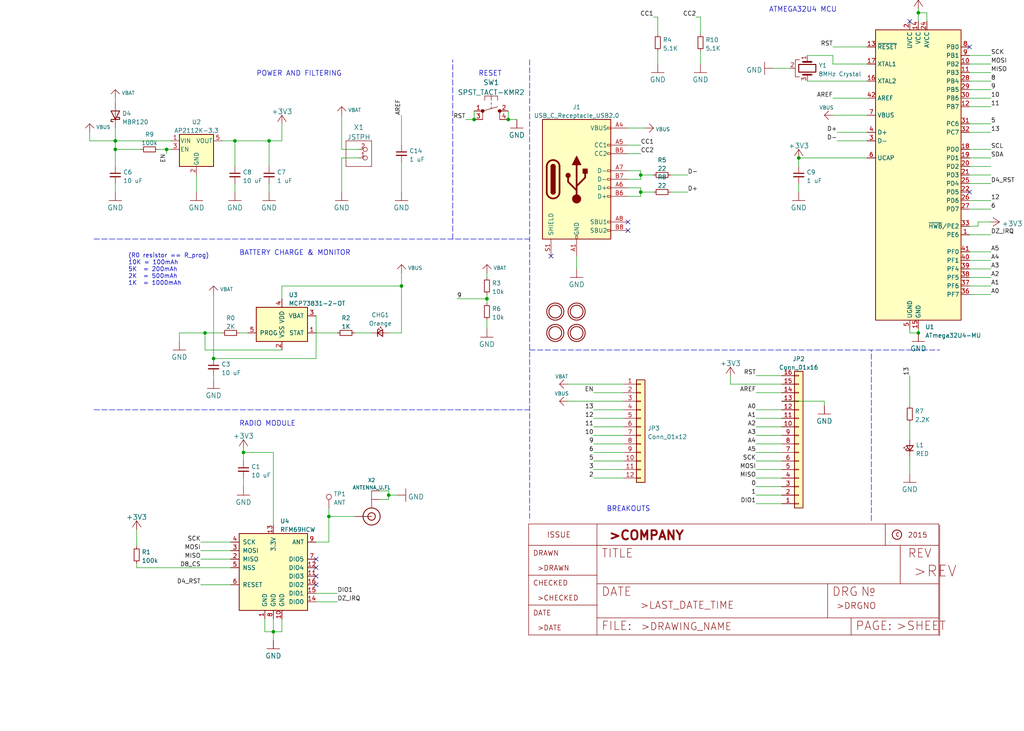
<source format=kicad_sch>
(kicad_sch (version 20211123) (generator eeschema)
  (paper "User" 304.495 217.5)
  (lib_symbols
    (symbol "Battery_Management:MCP73831-2-OT" (pin_names (offset 1.016))
      (property "Reference" "U" (at -7.62 6.35 0))
      (property "Value" "MCP73831-2-OT" (at 1.27 6.35 0))
      (symbol "MCP73831-2-OT_1_1"
        (pin output line (at 10.16 -2.54 180) (length 2.54) (name "STAT") (number "1"))
        (pin power_in line (at 0 -7.62 90) (length 2.54) (name "VSS") (number "2"))
        (pin power_out line (at 10.16 2.54 180) (length 2.54) (name "VBAT") (number "3"))
        (pin power_in line (at 0 7.62 270) (length 2.54) (name "VDD") (number "4"))
        (pin input line (at -10.16 -2.54 0) (length 2.54) (name "PROG") (number "5"))
      )
    )
    (symbol "Connector:TestPoint" (pin_numbers hide) (pin_names (offset 0.762) hide)
      (property "Reference" "TP" (at 0 6.858 0))
      (property "Value" "TestPoint" (at 0 5.08 0))
      (symbol "TestPoint_1_1"
        (pin passive line (at 0 0 90) (length 2.54) (name "1") (number "1"))
      )
    )
    (symbol "Connector:USB_C_Receptacle_USB2.0" (pin_names (offset 1.016))
      (property "Reference" "J" (at -10.16 19.05 0))
      (property "Value" "USB_C_Receptacle_USB2.0" (at 19.05 19.05 0))
      (symbol "USB_C_Receptacle_USB2.0_1_1"
        (pin passive line (at 0 -22.86 90) (length 5.08) (name "GND") (number "A1"))
        (pin passive line (at 0 -22.86 90) (length 5.08) hide (name "GND") (number "A12"))
        (pin passive line (at 15.24 15.24 180) (length 5.08) (name "VBUS") (number "A4"))
        (pin bidirectional line (at 15.24 10.16 180) (length 5.08) (name "CC1") (number "A5"))
        (pin bidirectional line (at 15.24 -2.54 180) (length 5.08) (name "D+") (number "A6"))
        (pin bidirectional line (at 15.24 2.54 180) (length 5.08) (name "D-") (number "A7"))
        (pin bidirectional line (at 15.24 -12.7 180) (length 5.08) (name "SBU1") (number "A8"))
        (pin passive line (at 15.24 15.24 180) (length 5.08) hide (name "VBUS") (number "A9"))
        (pin passive line (at 0 -22.86 90) (length 5.08) hide (name "GND") (number "B1"))
        (pin passive line (at 0 -22.86 90) (length 5.08) hide (name "GND") (number "B12"))
        (pin passive line (at 15.24 15.24 180) (length 5.08) hide (name "VBUS") (number "B4"))
        (pin bidirectional line (at 15.24 7.62 180) (length 5.08) (name "CC2") (number "B5"))
        (pin bidirectional line (at 15.24 -5.08 180) (length 5.08) (name "D+") (number "B6"))
        (pin bidirectional line (at 15.24 0 180) (length 5.08) (name "D-") (number "B7"))
        (pin bidirectional line (at 15.24 -15.24 180) (length 5.08) (name "SBU2") (number "B8"))
        (pin passive line (at 15.24 15.24 180) (length 5.08) hide (name "VBUS") (number "B9"))
        (pin passive line (at -7.62 -22.86 90) (length 5.08) (name "SHIELD") (number "S1"))
      )
    )
    (symbol "Connector_Generic:Conn_01x12" (pin_names (offset 1.016) hide)
      (property "Reference" "J" (at 0 15.24 0))
      (property "Value" "Conn_01x12" (at 0 -17.78 0))
      (symbol "Conn_01x12_1_1"
        (pin passive line (at -5.08 12.7 0) (length 3.81) (name "Pin_1") (number "1"))
        (pin passive line (at -5.08 -10.16 0) (length 3.81) (name "Pin_10") (number "10"))
        (pin passive line (at -5.08 -12.7 0) (length 3.81) (name "Pin_11") (number "11"))
        (pin passive line (at -5.08 -15.24 0) (length 3.81) (name "Pin_12") (number "12"))
        (pin passive line (at -5.08 10.16 0) (length 3.81) (name "Pin_2") (number "2"))
        (pin passive line (at -5.08 7.62 0) (length 3.81) (name "Pin_3") (number "3"))
        (pin passive line (at -5.08 5.08 0) (length 3.81) (name "Pin_4") (number "4"))
        (pin passive line (at -5.08 2.54 0) (length 3.81) (name "Pin_5") (number "5"))
        (pin passive line (at -5.08 0 0) (length 3.81) (name "Pin_6") (number "6"))
        (pin passive line (at -5.08 -2.54 0) (length 3.81) (name "Pin_7") (number "7"))
        (pin passive line (at -5.08 -5.08 0) (length 3.81) (name "Pin_8") (number "8"))
        (pin passive line (at -5.08 -7.62 0) (length 3.81) (name "Pin_9") (number "9"))
      )
    )
    (symbol "Connector_Generic:Conn_01x16" (pin_names (offset 1.016) hide)
      (property "Reference" "J" (at 0 20.32 0))
      (property "Value" "Conn_01x16" (at 0 -22.86 0))
      (symbol "Conn_01x16_1_1"
        (pin passive line (at -5.08 17.78 0) (length 3.81) (name "Pin_1") (number "1"))
        (pin passive line (at -5.08 -5.08 0) (length 3.81) (name "Pin_10") (number "10"))
        (pin passive line (at -5.08 -7.62 0) (length 3.81) (name "Pin_11") (number "11"))
        (pin passive line (at -5.08 -10.16 0) (length 3.81) (name "Pin_12") (number "12"))
        (pin passive line (at -5.08 -12.7 0) (length 3.81) (name "Pin_13") (number "13"))
        (pin passive line (at -5.08 -15.24 0) (length 3.81) (name "Pin_14") (number "14"))
        (pin passive line (at -5.08 -17.78 0) (length 3.81) (name "Pin_15") (number "15"))
        (pin passive line (at -5.08 -20.32 0) (length 3.81) (name "Pin_16") (number "16"))
        (pin passive line (at -5.08 15.24 0) (length 3.81) (name "Pin_2") (number "2"))
        (pin passive line (at -5.08 12.7 0) (length 3.81) (name "Pin_3") (number "3"))
        (pin passive line (at -5.08 10.16 0) (length 3.81) (name "Pin_4") (number "4"))
        (pin passive line (at -5.08 7.62 0) (length 3.81) (name "Pin_5") (number "5"))
        (pin passive line (at -5.08 5.08 0) (length 3.81) (name "Pin_6") (number "6"))
        (pin passive line (at -5.08 2.54 0) (length 3.81) (name "Pin_7") (number "7"))
        (pin passive line (at -5.08 0 0) (length 3.81) (name "Pin_8") (number "8"))
        (pin passive line (at -5.08 -2.54 0) (length 3.81) (name "Pin_9") (number "9"))
      )
    )
    (symbol "Device:C_Small" (pin_numbers hide) (pin_names (offset 0.254) hide)
      (property "Reference" "C" (at 0.254 1.778 0))
      (property "Value" "C_Small" (at 0.254 -2.032 0))
      (symbol "C_Small_1_1"
        (pin passive line (at 0 2.54 270) (length 2.032) (name "~") (number "1"))
        (pin passive line (at 0 -2.54 90) (length 2.032) (name "~") (number "2"))
      )
    )
    (symbol "Device:Crystal_GND2" (pin_names (offset 1.016) hide)
      (property "Reference" "Y" (at 0 5.715 0))
      (property "Value" "Crystal_GND2" (at 0 3.81 0))
      (symbol "Crystal_GND2_1_1"
        (pin passive line (at -3.81 0 0) (length 1.27) (name "1") (number "1"))
        (pin passive line (at 0 -5.08 90) (length 1.27) (name "2") (number "2"))
        (pin passive line (at 3.81 0 180) (length 1.27) (name "3") (number "3"))
      )
    )
    (symbol "Device:LED_Small" (pin_numbers hide) (pin_names (offset 0.254) hide)
      (property "Reference" "D" (at -1.27 3.175 0))
      (property "Value" "LED_Small" (at -4.445 -2.54 0))
      (symbol "LED_Small_1_1"
        (pin passive line (at -2.54 0 0) (length 1.778) (name "K") (number "1"))
        (pin passive line (at 2.54 0 180) (length 1.778) (name "A") (number "2"))
      )
    )
    (symbol "Device:R_Small" (pin_numbers hide) (pin_names (offset 0.254) hide)
      (property "Reference" "R" (at 0.762 0.508 0))
      (property "Value" "R_Small" (at 0.762 -1.016 0))
      (symbol "R_Small_1_1"
        (pin passive line (at 0 2.54 270) (length 0.762) (name "~") (number "1"))
        (pin passive line (at 0 -2.54 90) (length 0.762) (name "~") (number "2"))
      )
    )
    (symbol "Diode:MBRA340" (pin_numbers hide) (pin_names hide)
      (property "Reference" "D" (at 0 2.54 0))
      (property "Value" "MBRA340" (at 0 -2.54 0))
      (symbol "MBRA340_1_1"
        (pin passive line (at -3.81 0 0) (length 2.54) (name "K") (number "1"))
        (pin passive line (at 3.81 0 180) (length 2.54) (name "A") (number "2"))
      )
    )
    (symbol "HeadTracker_LoRa-eagle-import:+3V3" (power) (pin_names (offset 1.016))
      (property "Value" "+3V3" (at -2.54 -5.08 90))
      (symbol "+3V3_1_0"
        (pin power_in line (at 0 -2.54 90) (length 2.54) (name "+3V3") (number "1"))
      )
    )
    (symbol "HeadTracker_LoRa-eagle-import:ANTENNA_U.FL" (pin_names (offset 1.016))
      (property "Reference" "X" (at -2.54 3.302 0))
      (property "Value" "ANTENNA_U.FL" (at -2.54 -10.16 0))
      (symbol "ANTENNA_U.FL_1_0"
        (pin passive line (at -2.54 -5.08 0) (length 2.54) (name "GND@0") (number "1"))
        (pin passive line (at -2.54 -7.62 0) (length 2.54) (name "GND@1") (number "2"))
        (pin passive line (at 5.08 0 180) (length 5.08) (name "SIGNAL") (number "3"))
      )
    )
    (symbol "HeadTracker_LoRa-eagle-import:CON_JST_PH_2PIN" (pin_names (offset 1.016))
      (property "Reference" "X" (at -6.35 5.715 0))
      (property "Value" "CON_JST_PH_2PIN" (at -6.35 -5.08 0))
      (symbol "CON_JST_PH_2PIN_1_0"
        (pin passive inverted (at -2.54 2.54 0) (length 2.54) (name "1") (number "1"))
        (pin passive inverted (at -2.54 0 0) (length 2.54) (name "2") (number "2"))
      )
    )
    (symbol "HeadTracker_LoRa-eagle-import:FRAME_A4" (pin_names (offset 1.016))
      (symbol "FRAME_A4_2_0"
        (text "2015" (at 112.395 30.4546 0) (effects (font (size 1.4986 1.4986)) (justify left bottom)))
        (text ">CHECKED" (at 2.2352 11.7348 0) (effects (font (size 1.4986 1.4986)) (justify left bottom)))
        (text ">COMPANY" (at 23.3426 29.6672 0) (effects (font (size 2.6924 2.6924) bold) (justify left bottom)))
        (text ">DATE" (at 2.2352 2.8448 0) (effects (font (size 1.4986 1.4986)) (justify left bottom)))
        (text ">DRAWING_NAME" (at 33.02 2.8448 0) (effects (font (size 2.159 2.159)) (justify left bottom)))
        (text ">DRAWN" (at 2.2352 20.6248 0) (effects (font (size 1.4986 1.4986)) (justify left bottom)))
        (text ">DRGNO" (at 91.1352 9.1948 0) (effects (font (size 1.8542 1.8542)) (justify left bottom)))
        (text ">LAST_DATE_TIME" (at 32.7152 9.1948 0) (effects (font (size 2.159 2.159)) (justify left bottom)))
        (text ">REV" (at 113.9952 18.7198 0) (effects (font (size 3.2258 3.2258)) (justify left bottom)))
        (text ">SHEET" (at 108.9152 2.8448 0) (effects (font (size 2.54 2.54)) (justify left bottom)))
        (text "C" (at 108.7374 30.7848 0) (effects (font (size 1.0668 1.0668)) (justify left bottom)))
        (text "CHECKED" (at 0.9652 16.1798 0) (effects (font (size 1.4986 1.4986)) (justify left bottom)))
        (text "DATE" (at 0.9652 7.2898 0) (effects (font (size 1.4986 1.4986)) (justify left bottom)))
        (text "DATE" (at 21.2852 13.0048 0) (effects (font (size 2.54 2.54)) (justify left bottom)))
        (text "DRAWN" (at 0.9652 25.0698 0) (effects (font (size 1.4986 1.4986)) (justify left bottom)))
        (text "DRG" (at 89.8652 13.0048 0) (effects (font (size 2.54 2.54)) (justify left bottom)))
        (text "FILE:" (at 21.2852 2.8448 0) (effects (font (size 2.54 2.54)) (justify left bottom)))
        (text "ISSUE" (at 5.08 30.4546 0) (effects (font (size 1.6256 1.6256)) (justify left bottom)))
        (text "N" (at 98.425 13.0048 0) (effects (font (size 2.54 2.54)) (justify left bottom)))
        (text "o" (at 100.965 13.9446 0) (effects (font (size 1.8542 1.8542)) (justify left bottom)))
        (text "PAGE:" (at 96.8502 2.8448 0) (effects (font (size 2.54 2.54)) (justify left bottom)))
        (text "REV" (at 112.395 24.4348 0) (effects (font (size 2.54 2.54)) (justify left bottom)))
        (text "TITLE" (at 21.2852 24.4348 0) (effects (font (size 2.54 2.54)) (justify left bottom)))
      )
    )
    (symbol "HeadTracker_LoRa-eagle-import:GND" (power) (pin_names (offset 1.016))
      (property "Value" "GND" (at -2.54 -2.54 0))
      (symbol "GND_1_0"
        (pin power_in line (at 0 2.54 270) (length 2.54) (name "GND") (number "1"))
      )
    )
    (symbol "HeadTracker_LoRa-eagle-import:MOUNTINGHOLE2.5" (pin_names (offset 1.016)))
    (symbol "HeadTracker_LoRa-eagle-import:SPST_TACT-KMR2" (pin_names (offset 1.016))
      (property "Reference" "SW" (at -6.35 -2.54 90))
      (property "Value" "SPST_TACT-KMR2" (at -3.81 3.175 90))
      (symbol "SPST_TACT-KMR2_1_0"
        (pin passive line (at 0 -5.08 90) (length 2.54) (name "P") (number "1"))
        (pin passive line (at 0 5.08 270) (length 2.54) (name "S") (number "2"))
        (pin passive line (at 2.54 -5.08 90) (length 2.54) (name "P1") (number "3"))
        (pin passive line (at 2.54 5.08 270) (length 2.54) (name "S1") (number "4"))
      )
    )
    (symbol "HeadTracker_LoRa-eagle-import:VBAT" (power) (pin_names (offset 1.016))
      (property "Value" "VBAT" (at -1.524 1.016 0))
      (symbol "VBAT_1_0"
        (pin power_in line (at 0 -2.54 90) (length 2.54) (name "VBAT") (number "1"))
      )
    )
    (symbol "HeadTracker_LoRa-eagle-import:VBUS" (power) (pin_names (offset 1.016))
      (property "Value" "VBUS" (at -1.524 1.016 0))
      (symbol "VBUS_1_0"
        (pin power_in line (at 0 -2.54 90) (length 2.54) (name "VBUS") (number "1"))
      )
    )
    (symbol "MCU_Microchip_ATmega:ATmega32U4-MU"
      (property "Reference" "U" (at -12.7 44.45 0))
      (property "Value" "ATmega32U4-MU" (at 2.54 -44.45 0))
      (symbol "ATmega32U4-MU_1_1"
        (pin bidirectional line (at 15.24 -17.78 180) (length 2.54) (name "PE6") (number "1"))
        (pin bidirectional line (at 15.24 33.02 180) (length 2.54) (name "PB2") (number "10"))
        (pin bidirectional line (at 15.24 30.48 180) (length 2.54) (name "PB3") (number "11"))
        (pin bidirectional line (at 15.24 20.32 180) (length 2.54) (name "PB7") (number "12"))
        (pin input line (at -15.24 38.1 0) (length 2.54) (name "~{RESET}") (number "13"))
        (pin power_in line (at 0 45.72 270) (length 2.54) (name "VCC") (number "14"))
        (pin power_in line (at 0 -45.72 90) (length 2.54) (name "GND") (number "15"))
        (pin output line (at -15.24 27.94 0) (length 2.54) (name "XTAL2") (number "16"))
        (pin input line (at -15.24 33.02 0) (length 2.54) (name "XTAL1") (number "17"))
        (pin bidirectional line (at 15.24 7.62 180) (length 2.54) (name "PD0") (number "18"))
        (pin bidirectional line (at 15.24 5.08 180) (length 2.54) (name "PD1") (number "19"))
        (pin power_in line (at -2.54 45.72 270) (length 2.54) (name "UVCC") (number "2"))
        (pin bidirectional line (at 15.24 2.54 180) (length 2.54) (name "PD2") (number "20"))
        (pin bidirectional line (at 15.24 0 180) (length 2.54) (name "PD3") (number "21"))
        (pin bidirectional line (at 15.24 -5.08 180) (length 2.54) (name "PD5") (number "22"))
        (pin passive line (at 0 -45.72 90) (length 2.54) hide (name "GND") (number "23"))
        (pin power_in line (at 2.54 45.72 270) (length 2.54) (name "AVCC") (number "24"))
        (pin bidirectional line (at 15.24 -2.54 180) (length 2.54) (name "PD4") (number "25"))
        (pin bidirectional line (at 15.24 -7.62 180) (length 2.54) (name "PD6") (number "26"))
        (pin bidirectional line (at 15.24 -10.16 180) (length 2.54) (name "PD7") (number "27"))
        (pin bidirectional line (at 15.24 27.94 180) (length 2.54) (name "PB4") (number "28"))
        (pin bidirectional line (at 15.24 25.4 180) (length 2.54) (name "PB5") (number "29"))
        (pin bidirectional line (at -15.24 10.16 0) (length 2.54) (name "D-") (number "3"))
        (pin bidirectional line (at 15.24 22.86 180) (length 2.54) (name "PB6") (number "30"))
        (pin bidirectional line (at 15.24 15.24 180) (length 2.54) (name "PC6") (number "31"))
        (pin bidirectional line (at 15.24 12.7 180) (length 2.54) (name "PC7") (number "32"))
        (pin bidirectional line (at 15.24 -15.24 180) (length 2.54) (name "~{HWB}/PE2") (number "33"))
        (pin passive line (at 0 45.72 270) (length 2.54) hide (name "VCC") (number "34"))
        (pin passive line (at 0 -45.72 90) (length 2.54) hide (name "GND") (number "35"))
        (pin bidirectional line (at 15.24 -35.56 180) (length 2.54) (name "PF7") (number "36"))
        (pin bidirectional line (at 15.24 -33.02 180) (length 2.54) (name "PF6") (number "37"))
        (pin bidirectional line (at 15.24 -30.48 180) (length 2.54) (name "PF5") (number "38"))
        (pin bidirectional line (at 15.24 -27.94 180) (length 2.54) (name "PF4") (number "39"))
        (pin bidirectional line (at -15.24 12.7 0) (length 2.54) (name "D+") (number "4"))
        (pin bidirectional line (at 15.24 -25.4 180) (length 2.54) (name "PF1") (number "40"))
        (pin bidirectional line (at 15.24 -22.86 180) (length 2.54) (name "PF0") (number "41"))
        (pin passive line (at -15.24 22.86 0) (length 2.54) (name "AREF") (number "42"))
        (pin passive line (at 0 -45.72 90) (length 2.54) hide (name "GND") (number "43"))
        (pin passive line (at 2.54 45.72 270) (length 2.54) hide (name "AVCC") (number "44"))
        (pin passive line (at 0 -45.72 90) (length 2.54) hide (name "GND") (number "45"))
        (pin passive line (at -2.54 -45.72 90) (length 2.54) (name "UGND") (number "5"))
        (pin passive line (at -15.24 5.08 0) (length 2.54) (name "UCAP") (number "6"))
        (pin input line (at -15.24 17.78 0) (length 2.54) (name "VBUS") (number "7"))
        (pin bidirectional line (at 15.24 38.1 180) (length 2.54) (name "PB0") (number "8"))
        (pin bidirectional line (at 15.24 35.56 180) (length 2.54) (name "PB1") (number "9"))
      )
    )
    (symbol "RF_Module:RFM69HCW" (pin_names (offset 1.016))
      (property "Reference" "U" (at -10.414 11.684 0))
      (property "Value" "RFM69HCW" (at 1.524 11.43 0))
      (symbol "RFM69HCW_1_1"
        (pin power_in line (at -2.54 -15.24 90) (length 2.54) (name "GND") (number "1"))
        (pin power_in line (at 2.54 -15.24 90) (length 2.54) (name "GND") (number "10"))
        (pin bidirectional line (at 12.7 -2.54 180) (length 2.54) (name "DIO3") (number "11"))
        (pin bidirectional line (at 12.7 0 180) (length 2.54) (name "DIO4") (number "12"))
        (pin power_in line (at 0 12.7 270) (length 2.54) (name "3.3V") (number "13"))
        (pin bidirectional line (at 12.7 -10.16 180) (length 2.54) (name "DIO0") (number "14"))
        (pin bidirectional line (at 12.7 -7.62 180) (length 2.54) (name "DIO1") (number "15"))
        (pin bidirectional line (at 12.7 -5.08 180) (length 2.54) (name "DIO2") (number "16"))
        (pin output line (at -12.7 2.54 0) (length 2.54) (name "MISO") (number "2"))
        (pin input line (at -12.7 5.08 0) (length 2.54) (name "MOSI") (number "3"))
        (pin input line (at -12.7 7.62 0) (length 2.54) (name "SCK") (number "4"))
        (pin input line (at -12.7 0 0) (length 2.54) (name "NSS") (number "5"))
        (pin bidirectional line (at -12.7 -5.08 0) (length 2.54) (name "RESET") (number "6"))
        (pin bidirectional line (at 12.7 2.54 180) (length 2.54) (name "DIO5") (number "7"))
        (pin power_in line (at 0 -15.24 90) (length 2.54) (name "GND") (number "8"))
        (pin bidirectional line (at 12.7 7.62 180) (length 2.54) (name "ANT") (number "9"))
      )
    )
    (symbol "Regulator_Linear:AP2112K-3.3" (pin_names (offset 0.254))
      (property "Reference" "U" (at -5.08 5.715 0))
      (property "Value" "AP2112K-3.3" (at 0 5.715 0))
      (symbol "AP2112K-3.3_1_1"
        (pin power_in line (at -7.62 2.54 0) (length 2.54) (name "VIN") (number "1"))
        (pin power_in line (at 0 -7.62 90) (length 2.54) (name "GND") (number "2"))
        (pin input line (at -7.62 0 0) (length 2.54) (name "EN") (number "3"))
        (pin no_connect line (at 5.08 0 180) (length 2.54) hide (name "NC") (number "4"))
        (pin power_out line (at 7.62 2.54 180) (length 2.54) (name "VOUT") (number "5"))
      )
    )
  )
  (junction (at 273.05 3.81))
  (junction (at 115.57 147.32))
  (junction (at 190.5 57.15))
  (junction (at 69.85 41.91))
  (junction (at 63.5 106.68))
  (junction (at 97.79 153.67))
  (junction (at 144.78 88.9))
  (junction (at 80.01 41.91))
  (junction (at 119.38 85.09))
  (junction (at 34.29 41.91))
  (junction (at 237.49 46.99))
  (junction (at 60.96 99.06))
  (junction (at 81.28 187.96))
  (junction (at 34.29 44.45))
  (junction (at 49.53 44.45))
  (junction (at 273.05 99.06))
  (junction (at 72.39 134.62))
  (junction (at 140.97 35.56))
  (junction (at 151.13 35.56))
  (junction (at 190.5 52.07))
  (no_connect (at 270.51 6.35))
  (no_connect (at 288.29 57.15))
  (no_connect (at 186.69 66.04))
  (no_connect (at 163.83 76.2))
  (no_connect (at 93.98 168.91))
  (no_connect (at 93.98 171.45))
  (no_connect (at 288.29 13.97))
  (no_connect (at 186.69 68.58))
  (no_connect (at 93.98 166.37))
  (no_connect (at 93.98 173.99))
  (wire (pts (xy 248.92 39.37) (xy 257.81 39.37)))
  (wire (pts (xy 176.53 129.54) (xy 185.42 129.54)))
  (wire (pts (xy 83.82 41.91) (xy 83.82 36.83)))
  (wire (pts (xy 101.6 46.99) (xy 101.6 57.15)))
  (wire (pts (xy 290.83 67.31) (xy 290.83 66.04)))
  (wire (pts (xy 78.74 184.15) (xy 78.74 187.96)))
  (wire (pts (xy 248.92 41.91) (xy 257.81 41.91)))
  (wire (pts (xy 119.38 85.09) (xy 119.38 81.28)))
  (wire (pts (xy 59.69 163.83) (xy 68.58 163.83)))
  (wire (pts (xy 224.79 111.76) (xy 232.41 111.76)))
  (wire (pts (xy 34.29 41.91) (xy 26.67 41.91)))
  (wire (pts (xy 288.29 69.85) (xy 294.64 69.85)))
  (wire (pts (xy 288.29 87.63) (xy 294.64 87.63)))
  (wire (pts (xy 208.28 15.24) (xy 208.28 19.05)))
  (wire (pts (xy 59.69 166.37) (xy 68.58 166.37)))
  (wire (pts (xy 144.78 81.28) (xy 144.78 82.55)))
  (wire (pts (xy 186.69 58.42) (xy 190.5 58.42)))
  (wire (pts (xy 288.29 54.61) (xy 294.64 54.61)))
  (wire (pts (xy 34.29 41.91) (xy 34.29 44.45)))
  (wire (pts (xy 71.12 99.06) (xy 73.66 99.06)))
  (wire (pts (xy 49.53 44.45) (xy 49.53 45.72)))
  (wire (pts (xy 190.5 50.8) (xy 190.5 52.07)))
  (wire (pts (xy 41.91 44.45) (xy 34.29 44.45)))
  (wire (pts (xy 144.78 95.25) (xy 144.78 97.79)))
  (wire (pts (xy 168.91 119.38) (xy 185.42 119.38)))
  (wire (pts (xy 207.01 5.08) (xy 208.28 5.08)))
  (wire (pts (xy 69.85 41.91) (xy 80.01 41.91)))
  (wire (pts (xy 224.79 149.86) (xy 232.41 149.86)))
  (wire (pts (xy 83.82 85.09) (xy 119.38 85.09)))
  (wire (pts (xy 288.29 80.01) (xy 294.64 80.01)))
  (wire (pts (xy 144.78 88.9) (xy 144.78 90.17)))
  (wire (pts (xy 195.58 5.08) (xy 195.58 10.16)))
  (wire (pts (xy 93.98 179.07) (xy 100.33 179.07)))
  (wire (pts (xy 80.01 41.91) (xy 83.82 41.91)))
  (wire (pts (xy 190.5 52.07) (xy 190.5 53.34)))
  (wire (pts (xy 288.29 74.93) (xy 294.64 74.93)))
  (wire (pts (xy 288.29 67.31) (xy 290.83 67.31)))
  (wire (pts (xy 290.83 66.04) (xy 294.64 66.04)))
  (wire (pts (xy 151.13 33.02) (xy 151.13 35.56)))
  (wire (pts (xy 288.29 52.07) (xy 294.64 52.07)))
  (wire (pts (xy 81.28 184.15) (xy 81.28 187.96)))
  (polyline (pts (xy 259.08 154.94) (xy 259.08 104.14)))
  (wire (pts (xy 288.29 36.83) (xy 294.64 36.83)))
  (wire (pts (xy 288.29 29.21) (xy 294.64 29.21)))
  (wire (pts (xy 224.79 124.46) (xy 232.41 124.46)))
  (wire (pts (xy 232.41 119.38) (xy 245.11 119.38)))
  (wire (pts (xy 101.6 34.29) (xy 101.6 44.45)))
  (wire (pts (xy 69.85 54.61) (xy 69.85 57.15)))
  (wire (pts (xy 81.28 134.62) (xy 81.28 156.21)))
  (wire (pts (xy 40.64 157.48) (xy 40.64 162.56)))
  (wire (pts (xy 273.05 3.81) (xy 275.59 3.81)))
  (wire (pts (xy 69.85 41.91) (xy 69.85 49.53)))
  (wire (pts (xy 224.79 134.62) (xy 232.41 134.62)))
  (wire (pts (xy 247.65 29.21) (xy 257.81 29.21)))
  (wire (pts (xy 97.79 151.13) (xy 97.79 153.67)))
  (wire (pts (xy 288.29 16.51) (xy 294.64 16.51)))
  (wire (pts (xy 50.8 41.91) (xy 34.29 41.91)))
  (wire (pts (xy 186.69 55.88) (xy 190.5 55.88)))
  (polyline (pts (xy 157.48 104.14) (xy 279.4 104.14)))
  (wire (pts (xy 237.49 46.99) (xy 257.81 46.99)))
  (wire (pts (xy 40.64 168.91) (xy 40.64 167.64)))
  (wire (pts (xy 270.51 135.89) (xy 270.51 140.97)))
  (wire (pts (xy 247.65 13.97) (xy 257.81 13.97)))
  (wire (pts (xy 53.34 99.06) (xy 60.96 99.06)))
  (wire (pts (xy 97.79 161.29) (xy 97.79 153.67)))
  (wire (pts (xy 93.98 161.29) (xy 97.79 161.29)))
  (wire (pts (xy 275.59 6.35) (xy 275.59 3.81)))
  (wire (pts (xy 186.69 38.1) (xy 191.77 38.1)))
  (wire (pts (xy 46.99 44.45) (xy 49.53 44.45)))
  (wire (pts (xy 119.38 34.29) (xy 119.38 43.18)))
  (wire (pts (xy 97.79 153.67) (xy 105.41 153.67)))
  (polyline (pts (xy 27.94 121.92) (xy 157.48 121.92)))
  (wire (pts (xy 119.38 99.06) (xy 119.38 85.09)))
  (wire (pts (xy 176.53 137.16) (xy 185.42 137.16)))
  (wire (pts (xy 144.78 87.63) (xy 144.78 88.9)))
  (wire (pts (xy 273.05 3.81) (xy 273.05 2.54)))
  (wire (pts (xy 176.53 142.24) (xy 185.42 142.24)))
  (wire (pts (xy 224.79 147.32) (xy 232.41 147.32)))
  (wire (pts (xy 229.87 20.32) (xy 234.95 20.32)))
  (wire (pts (xy 224.79 121.92) (xy 232.41 121.92)))
  (wire (pts (xy 78.74 187.96) (xy 81.28 187.96)))
  (wire (pts (xy 101.6 44.45) (xy 106.68 44.45)))
  (wire (pts (xy 270.51 97.79) (xy 270.51 99.06)))
  (polyline (pts (xy 134.62 71.12) (xy 134.62 17.78)))
  (wire (pts (xy 195.58 15.24) (xy 195.58 19.05)))
  (wire (pts (xy 176.53 116.84) (xy 185.42 116.84)))
  (wire (pts (xy 273.05 3.81) (xy 273.05 6.35)))
  (wire (pts (xy 93.98 176.53) (xy 100.33 176.53)))
  (wire (pts (xy 140.97 33.02) (xy 140.97 35.56)))
  (wire (pts (xy 115.57 99.06) (xy 119.38 99.06)))
  (wire (pts (xy 72.39 142.24) (xy 72.39 144.78)))
  (wire (pts (xy 60.96 104.14) (xy 83.82 104.14)))
  (wire (pts (xy 186.69 50.8) (xy 190.5 50.8)))
  (wire (pts (xy 240.03 24.13) (xy 257.81 24.13)))
  (wire (pts (xy 190.5 52.07) (xy 194.31 52.07)))
  (wire (pts (xy 288.29 77.47) (xy 294.64 77.47)))
  (wire (pts (xy 288.29 19.05) (xy 294.64 19.05)))
  (wire (pts (xy 40.64 168.91) (xy 68.58 168.91)))
  (wire (pts (xy 288.29 85.09) (xy 294.64 85.09)))
  (wire (pts (xy 288.29 62.23) (xy 294.64 62.23)))
  (wire (pts (xy 288.29 49.53) (xy 294.64 49.53)))
  (wire (pts (xy 176.53 124.46) (xy 185.42 124.46)))
  (wire (pts (xy 59.69 173.99) (xy 68.58 173.99)))
  (wire (pts (xy 199.39 52.07) (xy 204.47 52.07)))
  (wire (pts (xy 224.79 116.84) (xy 232.41 116.84)))
  (wire (pts (xy 270.51 125.73) (xy 270.51 130.81)))
  (wire (pts (xy 72.39 133.35) (xy 72.39 134.62)))
  (wire (pts (xy 273.05 97.79) (xy 273.05 99.06)))
  (wire (pts (xy 80.01 41.91) (xy 80.01 49.53)))
  (wire (pts (xy 199.39 57.15) (xy 204.47 57.15)))
  (wire (pts (xy 115.57 148.59) (xy 115.57 147.32)))
  (wire (pts (xy 105.41 99.06) (xy 110.49 99.06)))
  (wire (pts (xy 224.79 144.78) (xy 232.41 144.78)))
  (wire (pts (xy 60.96 99.06) (xy 60.96 104.14)))
  (wire (pts (xy 288.29 59.69) (xy 294.64 59.69)))
  (polyline (pts (xy 157.48 17.78) (xy 157.48 154.94)))
  (wire (pts (xy 72.39 134.62) (xy 72.39 137.16)))
  (wire (pts (xy 115.57 147.32) (xy 118.11 147.32)))
  (wire (pts (xy 49.53 44.45) (xy 50.8 44.45)))
  (wire (pts (xy 247.65 34.29) (xy 257.81 34.29)))
  (wire (pts (xy 190.5 57.15) (xy 190.5 58.42)))
  (wire (pts (xy 194.31 5.08) (xy 195.58 5.08)))
  (wire (pts (xy 288.29 39.37) (xy 294.64 39.37)))
  (wire (pts (xy 288.29 82.55) (xy 294.64 82.55)))
  (wire (pts (xy 168.91 114.3) (xy 185.42 114.3)))
  (wire (pts (xy 186.69 53.34) (xy 190.5 53.34)))
  (wire (pts (xy 119.38 48.26) (xy 119.38 57.15)))
  (wire (pts (xy 176.53 121.92) (xy 185.42 121.92)))
  (wire (pts (xy 53.34 99.06) (xy 53.34 101.6)))
  (wire (pts (xy 34.29 44.45) (xy 34.29 49.53)))
  (wire (pts (xy 63.5 87.63) (xy 63.5 106.68)))
  (wire (pts (xy 176.53 134.62) (xy 185.42 134.62)))
  (wire (pts (xy 237.49 54.61) (xy 237.49 57.15)))
  (wire (pts (xy 247.65 16.51) (xy 240.03 16.51)))
  (wire (pts (xy 34.29 54.61) (xy 34.29 57.15)))
  (wire (pts (xy 93.98 93.98) (xy 93.98 106.68)))
  (wire (pts (xy 224.79 142.24) (xy 232.41 142.24)))
  (wire (pts (xy 93.98 99.06) (xy 100.33 99.06)))
  (wire (pts (xy 232.41 114.3) (xy 217.17 114.3)))
  (wire (pts (xy 60.96 99.06) (xy 66.04 99.06)))
  (wire (pts (xy 186.69 45.72) (xy 190.5 45.72)))
  (wire (pts (xy 135.89 88.9) (xy 144.78 88.9)))
  (wire (pts (xy 63.5 111.76) (xy 63.5 113.03)))
  (wire (pts (xy 81.28 187.96) (xy 81.28 190.5)))
  (wire (pts (xy 224.79 132.08) (xy 232.41 132.08)))
  (wire (pts (xy 115.57 146.05) (xy 115.57 147.32)))
  (wire (pts (xy 34.29 38.1) (xy 34.29 41.91)))
  (wire (pts (xy 224.79 137.16) (xy 232.41 137.16)))
  (wire (pts (xy 80.01 54.61) (xy 80.01 57.15)))
  (wire (pts (xy 63.5 106.68) (xy 93.98 106.68)))
  (wire (pts (xy 83.82 88.9) (xy 83.82 85.09)))
  (wire (pts (xy 288.29 44.45) (xy 294.64 44.45)))
  (wire (pts (xy 106.68 46.99) (xy 101.6 46.99)))
  (wire (pts (xy 113.03 148.59) (xy 115.57 148.59)))
  (wire (pts (xy 34.29 29.21) (xy 34.29 30.48)))
  (wire (pts (xy 83.82 184.15) (xy 83.82 187.96)))
  (wire (pts (xy 224.79 127) (xy 232.41 127)))
  (wire (pts (xy 217.17 114.3) (xy 217.17 111.76)))
  (wire (pts (xy 151.13 35.56) (xy 153.67 35.56)))
  (wire (pts (xy 224.79 139.7) (xy 232.41 139.7)))
  (wire (pts (xy 83.82 187.96) (xy 81.28 187.96)))
  (polyline (pts (xy 27.94 71.12) (xy 157.48 71.12)))
  (wire (pts (xy 190.5 55.88) (xy 190.5 57.15)))
  (wire (pts (xy 66.04 41.91) (xy 69.85 41.91)))
  (wire (pts (xy 113.03 146.05) (xy 115.57 146.05)))
  (wire (pts (xy 26.67 41.91) (xy 26.67 39.37)))
  (wire (pts (xy 270.51 111.76) (xy 270.51 120.65)))
  (wire (pts (xy 138.43 35.56) (xy 140.97 35.56)))
  (wire (pts (xy 257.81 19.05) (xy 247.65 19.05)))
  (wire (pts (xy 186.69 43.18) (xy 190.5 43.18)))
  (wire (pts (xy 171.45 76.2) (xy 171.45 80.01)))
  (wire (pts (xy 208.28 5.08) (xy 208.28 10.16)))
  (wire (pts (xy 237.49 46.99) (xy 237.49 49.53)))
  (wire (pts (xy 270.51 99.06) (xy 273.05 99.06)))
  (wire (pts (xy 288.29 21.59) (xy 294.64 21.59)))
  (wire (pts (xy 176.53 127) (xy 185.42 127)))
  (wire (pts (xy 176.53 132.08) (xy 185.42 132.08)))
  (wire (pts (xy 72.39 134.62) (xy 81.28 134.62)))
  (wire (pts (xy 288.29 46.99) (xy 294.64 46.99)))
  (wire (pts (xy 247.65 19.05) (xy 247.65 16.51)))
  (wire (pts (xy 176.53 139.7) (xy 185.42 139.7)))
  (wire (pts (xy 224.79 129.54) (xy 232.41 129.54)))
  (wire (pts (xy 58.42 52.07) (xy 58.42 57.15)))
  (wire (pts (xy 59.69 161.29) (xy 68.58 161.29)))
  (wire (pts (xy 288.29 26.67) (xy 294.64 26.67)))
  (wire (pts (xy 288.29 24.13) (xy 294.64 24.13)))
  (wire (pts (xy 245.11 119.38) (xy 245.11 120.65)))
  (wire (pts (xy 190.5 57.15) (xy 194.31 57.15)))
  (wire (pts (xy 288.29 31.75) (xy 294.64 31.75)))
  (text "POWER AND FILTERING" (at 76.2 22.86 0) (effects (font (size 1.4986 1.4986)) (justify left bottom)))
  (text "RADIO MODULE" (at 71.12 127 0) (effects (font (size 1.4986 1.4986)) (justify left bottom)))
  (text "ATMEGA32U4 MCU" (at 228.6 3.81 0) (effects (font (size 1.4986 1.4986)) (justify left bottom)))
  (text "BREAKOUTS" (at 180.34 152.4 0) (effects (font (size 1.4986 1.4986)) (justify left bottom)))
  (text "(R0 resistor == R_prog)\n10K = 100mAh\n5K  = 200mAh\n2K  = 500mAh\n1K  = 1000mAh\n" (at 38.1 85.09 0) (effects (font (size 1.27 1.27)) (justify left bottom)))
  (text "BATTERY CHARGE & MONITOR" (at 71.12 76.2 0) (effects (font (size 1.4986 1.4986)) (justify left bottom)))
  (text "RESET" (at 142.24 22.86 0) (effects (font (size 1.4986 1.4986)) (justify left bottom)))
  (label "0" (at 224.79 144.78 180))
  (label "CC1" (at 190.5 43.18 0))
  (label "10" (at 176.53 129.54 180))
  (label "RST" (at 224.79 111.76 180))
  (label "A5" (at 224.79 134.62 180))
  (label "AREF" (at 119.38 34.29 90))
  (label "MISO" (at 294.64 21.59 0))
  (label "A1" (at 294.64 85.09 0))
  (label "A1" (at 224.79 124.46 180))
  (label "RST" (at 247.65 13.97 180))
  (label "12" (at 176.53 124.46 180))
  (label "5" (at 294.64 36.83 0))
  (label "EN" (at 49.53 45.72 270))
  (label "DIO1" (at 100.33 176.53 0))
  (label "A3" (at 294.64 80.01 0))
  (label "5" (at 176.53 137.16 180))
  (label "9" (at 135.89 88.9 0))
  (label "SCK" (at 224.79 137.16 180))
  (label "DZ_IRQ" (at 100.33 179.07 0))
  (label "6" (at 294.64 62.23 0))
  (label "CC2" (at 190.5 45.72 0))
  (label "13" (at 270.51 111.76 90))
  (label "6" (at 176.53 134.62 180))
  (label "10" (at 294.64 29.21 0))
  (label "D+" (at 204.47 57.15 0))
  (label "SCK" (at 294.64 16.51 0))
  (label "8" (at 294.64 24.13 0))
  (label "9" (at 294.64 26.67 0))
  (label "AREF" (at 224.79 116.84 180))
  (label "CC1" (at 194.31 5.08 180))
  (label "SCL" (at 294.64 44.45 0))
  (label "DIO1" (at 224.79 149.86 180))
  (label "13" (at 294.64 39.37 0))
  (label "A0" (at 294.64 87.63 0))
  (label "13" (at 176.53 121.92 180))
  (label "11" (at 176.53 127 180))
  (label "RST" (at 138.43 35.56 180))
  (label "AREF" (at 247.65 29.21 180))
  (label "A0" (at 224.79 121.92 180))
  (label "MISO" (at 59.69 166.37 180))
  (label "A4" (at 224.79 132.08 180))
  (label "D8_CS" (at 59.69 168.91 180))
  (label "MOSI" (at 224.79 139.7 180))
  (label "D+" (at 248.92 39.37 180))
  (label "11" (at 294.64 31.75 0))
  (label "SCK" (at 59.69 161.29 180))
  (label "MOSI" (at 59.69 163.83 180))
  (label "12" (at 294.64 59.69 0))
  (label "A2" (at 224.79 127 180))
  (label "A2" (at 294.64 82.55 0))
  (label "A4" (at 294.64 77.47 0))
  (label "A3" (at 224.79 129.54 180))
  (label "1" (at 224.79 147.32 180))
  (label "SDA" (at 294.64 46.99 0))
  (label "CC2" (at 207.01 5.08 180))
  (label "MISO" (at 224.79 142.24 180))
  (label "D4_RST" (at 59.69 173.99 180))
  (label "3" (at 176.53 139.7 180))
  (label "D4_RST" (at 294.64 54.61 0))
  (label "EN" (at 176.53 116.84 180))
  (label "9" (at 176.53 132.08 180))
  (label "MOSI" (at 294.64 19.05 0))
  (label "D-" (at 248.92 41.91 180))
  (label "A5" (at 294.64 74.93 0))
  (label "D-" (at 204.47 52.07 0))
  (label "DZ_IRQ" (at 294.64 69.85 0))
  (label "2" (at 176.53 142.24 180))
  (symbol (lib_id "HeadTracker_LoRa-eagle-import:FRAME_A4") (at 157.48 190.5 0) (unit 2)
    (property "Reference" "#FRAME1" (effects hide))
    (property "Value" "FRAME_A4" (effects hide))
  )
  (symbol (lib_id "HeadTracker_LoRa-eagle-import:FRAME_A4") (at 22.86 193.04 0) (unit 1)
    (property "Reference" "#FRAME1" (effects hide))
    (property "Value" "FRAME_A4" (effects hide))
  )
  (symbol (lib_id "HeadTracker_LoRa-eagle-import:MOUNTINGHOLE2.5") (at 165.1 92.71 0) (unit 1)
    (property "Reference" "U$31" (effects hide))
    (property "Value" "MOUNTINGHOLE2.5" (effects hide))
    (property "Footprint" "TestPoint:TestPoint_Plated_Hole_D2.0mm" (effects hide))
  )
  (symbol (lib_id "HeadTracker_LoRa-eagle-import:VBAT") (at 101.6 31.75 0) (unit 1)
    (property "Reference" "#040101" (effects hide))
    (property "Value" "VBAT" (at 103.505 32.7494 0) (effects (font (size 1.0668 1.0668)) (justify left)))
  )
  (symbol (lib_id "HeadTracker_LoRa-eagle-import:+3V3") (at 297.18 66.04 270) (unit 1)
    (property "Reference" "#+3V07" (effects hide))
    (property "Value" "+3V3" (at 297.815 66.5518 90) (effects (font (size 1.4986 1.4986)) (justify left)))
  )
  (symbol (lib_id "Device:LED_Small") (at 113.03 99.06 0) (unit 1)
    (property "Reference" "CHG1" (at 113.0935 93.7092 0))
    (property "Value" "Orange" (at 113.0935 96.2461 0))
    (property "Footprint" "Diode_SMD:D_0805_2012Metric" (effects hide))
  )
  (symbol (lib_id "HeadTracker_LoRa-eagle-import:+3V3") (at 217.17 109.22 0) (unit 1)
    (property "Reference" "#+3V04" (effects hide))
    (property "Value" "+3V3" (at 217.17 108.1348 0) (effects (font (size 1.4986 1.4986))))
  )
  (symbol (lib_id "Device:Crystal_GND2") (at 240.03 20.32 270) (unit 1)
    (property "Reference" "Y1" (at 243.3574 19.4853 90) (effects (justify left)))
    (property "Value" "8MHz Crystal" (at 243.3574 22.0222 90) (effects (justify left)))
    (property "Footprint" "Crystal:Resonator_SMD-3Pin_7.2x3.0mm" (effects hide))
  )
  (symbol (lib_id "Device:R_Small") (at 196.85 52.07 90) (unit 1)
    (property "Reference" "R5" (at 196.85 47.6336 90))
    (property "Value" "22" (at 196.85 50.1705 90))
    (property "Footprint" "Resistor_SMD:R_0805_2012Metric" (effects hide))
  )
  (symbol (lib_id "Regulator_Linear:AP2112K-3.3") (at 58.42 44.45 0) (unit 1)
    (property "Reference" "U2" (at 58.42 36.3052 0))
    (property "Value" "AP2112K-3.3" (at 58.42 38.8421 0))
    (property "Footprint" "Package_TO_SOT_SMD:SOT-23-5" (effects hide))
    (property "Datasheet" "https://www.diodes.com/assets/Datasheets/AP2112.pdf" (effects hide))
  )
  (symbol (lib_id "HeadTracker_LoRa-eagle-import:GND") (at 270.51 143.51 0) (unit 1)
    (property "Reference" "#GND020" (effects hide))
    (property "Value" "GND" (at 270.51 145.6188 0) (effects (font (size 1.4986 1.4986))))
  )
  (symbol (lib_id "Device:R_Small") (at 144.78 85.09 0) (unit 1)
    (property "Reference" "R3" (at 146.2786 84.2553 0) (effects (justify left)))
    (property "Value" "10k" (at 146.2786 86.7922 0) (effects (justify left)))
    (property "Footprint" "Resistor_SMD:R_0805_2012Metric" (effects hide))
  )
  (symbol (lib_id "HeadTracker_LoRa-eagle-import:VBUS") (at 26.67 36.83 0) (unit 1)
    (property "Reference" "#010101" (effects hide))
    (property "Value" "VBUS" (at 28.575 37.8294 0) (effects (font (size 1.0668 1.0668)) (justify left)))
  )
  (symbol (lib_id "HeadTracker_LoRa-eagle-import:GND") (at 237.49 59.69 0) (unit 1)
    (property "Reference" "#GND018" (effects hide))
    (property "Value" "GND" (at 237.49 61.7988 0) (effects (font (size 1.4986 1.4986))))
  )
  (symbol (lib_id "HeadTracker_LoRa-eagle-import:MOUNTINGHOLE2.5") (at 165.1 99.06 0) (unit 1)
    (property "Reference" "U$1" (effects hide))
    (property "Value" "MOUNTINGHOLE2.5" (effects hide))
    (property "Footprint" "TestPoint:TestPoint_Plated_Hole_D2.0mm" (effects hide))
  )
  (symbol (lib_id "Device:C_Small") (at 119.38 45.72 0) (unit 1)
    (property "Reference" "C14" (at 121.7041 44.8916 0) (effects (justify left)))
    (property "Value" "1 uF" (at 121.7041 47.4285 0) (effects (justify left)))
    (property "Footprint" "Capacitor_Tantalum_SMD:CP_EIA-1608-08_AVX-J" (effects hide))
  )
  (symbol (lib_id "HeadTracker_LoRa-eagle-import:GND") (at 69.85 59.69 0) (unit 1)
    (property "Reference" "#GND05" (effects hide))
    (property "Value" "GND" (at 69.85 61.7988 0) (effects (font (size 1.4986 1.4986))))
  )
  (symbol (lib_id "HeadTracker_LoRa-eagle-import:ANTENNA_U.FL") (at 110.49 153.67 180) (unit 1)
    (property "Reference" "X2" (at 110.49 142.8862 0) (effects (font (size 1.0668 1.0668))))
    (property "Value" "ANTENNA_U.FL" (at 110.49 145.0579 0) (effects (font (size 1.0668 1.0668))))
    (property "Footprint" "Connector_Coaxial:U.FL_Molex_MCRF_73412-0110_Vertical" (effects hide))
  )
  (symbol (lib_id "HeadTracker_LoRa-eagle-import:VBAT") (at 63.5 85.09 0) (unit 1)
    (property "Reference" "#030101" (effects hide))
    (property "Value" "VBAT" (at 65.405 86.0894 0) (effects (font (size 1.0668 1.0668)) (justify left)))
  )
  (symbol (lib_id "Device:LED_Small") (at 270.51 133.35 90) (unit 1)
    (property "Reference" "L1" (at 272.288 132.4518 90) (effects (justify right)))
    (property "Value" "RED" (at 272.288 134.9887 90) (effects (justify right)))
    (property "Footprint" "Diode_SMD:D_0805_2012Metric" (effects hide))
  )
  (symbol (lib_id "Device:C_Small") (at 80.01 52.07 0) (unit 1)
    (property "Reference" "C7" (at 82.3341 51.2416 0) (effects (justify left)))
    (property "Value" "1 uF" (at 82.3341 53.7785 0) (effects (justify left)))
    (property "Footprint" "Capacitor_Tantalum_SMD:CP_EIA-1608-08_AVX-J" (effects hide))
  )
  (symbol (lib_id "Device:R_Small") (at 270.51 123.19 0) (unit 1)
    (property "Reference" "R7" (at 272.0086 122.3553 0) (effects (justify left)))
    (property "Value" "2.2K" (at 272.0086 124.8922 0) (effects (justify left)))
    (property "Footprint" "Resistor_SMD:R_0805_2012Metric" (effects hide))
  )
  (symbol (lib_id "HeadTracker_LoRa-eagle-import:VBAT") (at 34.29 26.67 0) (unit 1)
    (property "Reference" "#020101" (effects hide))
    (property "Value" "VBAT" (at 36.195 27.6694 0) (effects (font (size 1.0668 1.0668)) (justify left)))
  )
  (symbol (lib_id "HeadTracker_LoRa-eagle-import:GND") (at 34.29 59.69 0) (unit 1)
    (property "Reference" "#GND01" (effects hide))
    (property "Value" "GND" (at 34.29 61.7988 0) (effects (font (size 1.4986 1.4986))))
  )
  (symbol (lib_id "Connector_Generic:Conn_01x16") (at 237.49 132.08 0) (mirror x) (unit 1)
    (property "Reference" "JP2" (at 237.49 106.7902 0))
    (property "Value" "Conn_01x16" (at 237.49 109.3271 0))
    (property "Footprint" "Connector_PinSocket_2.54mm:PinSocket_1x16_P2.54mm_Vertical" (effects hide))
  )
  (symbol (lib_id "HeadTracker_LoRa-eagle-import:+3V3") (at 83.82 34.29 0) (unit 1)
    (property "Reference" "#+3V03" (effects hide))
    (property "Value" "+3V3" (at 83.82 33.2048 0) (effects (font (size 1.4986 1.4986))))
  )
  (symbol (lib_id "HeadTracker_LoRa-eagle-import:GND") (at 195.58 21.59 0) (unit 1)
    (property "Reference" "#GND015" (effects hide))
    (property "Value" "GND" (at 195.58 23.6988 0) (effects (font (size 1.4986 1.4986))))
  )
  (symbol (lib_id "HeadTracker_LoRa-eagle-import:MOUNTINGHOLE2.5") (at 171.45 92.71 0) (unit 1)
    (property "Reference" "U$2" (effects hide))
    (property "Value" "MOUNTINGHOLE2.5" (effects hide))
    (property "Footprint" "TestPoint:TestPoint_Plated_Hole_D2.0mm" (effects hide))
  )
  (symbol (lib_id "HeadTracker_LoRa-eagle-import:VBUS") (at 119.38 78.74 0) (unit 1)
    (property "Reference" "#050101" (effects hide))
    (property "Value" "VBUS" (at 121.285 79.7394 0) (effects (font (size 1.0668 1.0668)) (justify left)))
  )
  (symbol (lib_id "HeadTracker_LoRa-eagle-import:VBUS") (at 194.31 38.1 270) (unit 1)
    (property "Reference" "#090101" (effects hide))
    (property "Value" "VBUS" (at 194.945 38.4644 90) (effects (font (size 1.0668 1.0668)) (justify left)))
  )
  (symbol (lib_id "Device:R_Small") (at 195.58 12.7 180) (unit 1)
    (property "Reference" "R4" (at 197.0786 11.8653 0) (effects (justify right)))
    (property "Value" "5.1K" (at 197.0786 14.4022 0) (effects (justify right)))
    (property "Footprint" "Resistor_SMD:R_0805_2012Metric" (effects hide))
  )
  (symbol (lib_id "Battery_Management:MCP73831-2-OT") (at 83.82 96.52 0) (unit 1)
    (property "Reference" "U3" (at 85.8394 87.7402 0) (effects (justify left)))
    (property "Value" "MCP73831-2-OT" (at 85.8394 90.2771 0) (effects (justify left)))
    (property "Footprint" "Package_TO_SOT_SMD:SOT-23-5" (effects hide))
    (property "Datasheet" "http://ww1.microchip.com/downloads/en/DeviceDoc/20001984g.pdf" (effects hide))
  )
  (symbol (lib_id "HeadTracker_LoRa-eagle-import:GND") (at 101.6 59.69 0) (unit 1)
    (property "Reference" "#GND09" (effects hide))
    (property "Value" "GND" (at 101.6 61.7988 0) (effects (font (size 1.4986 1.4986))))
  )
  (symbol (lib_id "HeadTracker_LoRa-eagle-import:VBUS") (at 166.37 119.38 90) (unit 1)
    (property "Reference" "#080101" (effects hide))
    (property "Value" "VBUS" (at 167.005 117.118 90) (effects (font (size 1.0668 1.0668))))
  )
  (symbol (lib_id "HeadTracker_LoRa-eagle-import:+3V3") (at 40.64 154.94 0) (unit 1)
    (property "Reference" "#+3V01" (effects hide))
    (property "Value" "+3V3" (at 40.64 153.8548 0) (effects (font (size 1.4986 1.4986))))
  )
  (symbol (lib_id "Device:R_Small") (at 68.58 99.06 90) (unit 1)
    (property "Reference" "R0" (at 68.58 94.6236 90))
    (property "Value" "2K" (at 68.58 97.1605 90))
    (property "Footprint" "Resistor_SMD:R_0805_2012Metric" (effects hide))
  )
  (symbol (lib_id "Connector:TestPoint") (at 97.79 151.13 0) (unit 1)
    (property "Reference" "TP1" (at 99.187 146.9933 0) (effects (justify left)))
    (property "Value" "ANT" (at 99.187 149.5302 0) (effects (justify left)))
    (property "Footprint" "TestPoint:TestPoint_Pad_2.5x2.5mm" (effects hide))
  )
  (symbol (lib_id "HeadTracker_LoRa-eagle-import:GND") (at 72.39 147.32 0) (unit 1)
    (property "Reference" "#GND06" (effects hide))
    (property "Value" "GND" (at 72.39 149.4288 0) (effects (font (size 1.4986 1.4986))))
  )
  (symbol (lib_id "HeadTracker_LoRa-eagle-import:GND") (at 53.34 104.14 0) (unit 1)
    (property "Reference" "#GND02" (effects hide))
    (property "Value" "GND" (at 53.34 106.2488 0) (effects (font (size 1.4986 1.4986))))
  )
  (symbol (lib_id "HeadTracker_LoRa-eagle-import:GND") (at 208.28 21.59 0) (unit 1)
    (property "Reference" "#GND016" (effects hide))
    (property "Value" "GND" (at 208.28 23.6988 0) (effects (font (size 1.4986 1.4986))))
  )
  (symbol (lib_id "Device:C_Small") (at 63.5 109.22 0) (unit 1)
    (property "Reference" "C3" (at 65.8241 108.3916 0) (effects (justify left)))
    (property "Value" "10 uF" (at 65.8241 110.9285 0) (effects (justify left)))
    (property "Footprint" "Capacitor_Tantalum_SMD:CP_EIA-1608-08_AVX-J" (effects hide))
  )
  (symbol (lib_id "Device:C_Small") (at 34.29 52.07 0) (unit 1)
    (property "Reference" "C6" (at 36.6141 51.2416 0) (effects (justify left)))
    (property "Value" "10 uF" (at 36.6141 53.7785 0) (effects (justify left)))
    (property "Footprint" "Capacitor_Tantalum_SMD:CP_EIA-1608-08_AVX-J" (effects hide))
  )
  (symbol (lib_id "HeadTracker_LoRa-eagle-import:GND") (at 80.01 59.69 0) (unit 1)
    (property "Reference" "#GND07" (effects hide))
    (property "Value" "GND" (at 80.01 61.7988 0) (effects (font (size 1.4986 1.4986))))
  )
  (symbol (lib_id "Device:R_Small") (at 144.78 92.71 0) (unit 1)
    (property "Reference" "R6" (at 146.2786 91.8753 0) (effects (justify left)))
    (property "Value" "10k" (at 146.2786 94.4122 0) (effects (justify left)))
    (property "Footprint" "Resistor_SMD:R_0805_2012Metric" (effects hide))
  )
  (symbol (lib_id "Device:R_Small") (at 44.45 44.45 270) (unit 1)
    (property "Reference" "R9" (at 44.45 40.0136 90))
    (property "Value" "100k" (at 44.45 42.5505 90))
    (property "Footprint" "Resistor_SMD:R_0805_2012Metric" (effects hide))
  )
  (symbol (lib_id "HeadTracker_LoRa-eagle-import:GND") (at 119.38 59.69 0) (unit 1)
    (property "Reference" "#GND010" (effects hide))
    (property "Value" "GND" (at 119.38 61.7988 0) (effects (font (size 1.4986 1.4986))))
  )
  (symbol (lib_id "Device:C_Small") (at 237.49 52.07 0) (unit 1)
    (property "Reference" "C9" (at 239.8141 51.2416 0) (effects (justify left)))
    (property "Value" "1 uF" (at 239.8141 53.7785 0) (effects (justify left)))
    (property "Footprint" "Capacitor_Tantalum_SMD:CP_EIA-1608-08_AVX-J" (effects hide))
  )
  (symbol (lib_id "HeadTracker_LoRa-eagle-import:SPST_TACT-KMR2") (at 146.05 33.02 270) (unit 1)
    (property "Reference" "SW1" (at 146.05 24.5422 90) (effects (font (size 1.4986 1.4986))))
    (property "Value" "SPST_TACT-KMR2" (at 146.05 27.4899 90) (effects (font (size 1.4986 1.4986))))
    (property "Footprint" "Button_Switch_SMD:SW_SPST_TL3305A" (effects hide))
  )
  (symbol (lib_id "HeadTracker_LoRa-eagle-import:CON_JST_PH_2PIN") (at 109.22 44.45 0) (mirror x) (unit 1)
    (property "Reference" "X1" (at 106.68 37.8772 0) (effects (font (size 1.4986 1.4986))))
    (property "Value" "JSTPH" (at 106.68 40.8249 0) (effects (font (size 1.4986 1.4986))))
    (property "Footprint" "Connector_JST:JST_PH_B2B-PH-SM4-TB_1x02-1MP_P2.00mm_Vertical" (effects hide))
  )
  (symbol (lib_id "HeadTracker_LoRa-eagle-import:GND") (at 58.42 59.69 0) (unit 1)
    (property "Reference" "#GND03" (effects hide))
    (property "Value" "GND" (at 58.42 61.7988 0) (effects (font (size 1.4986 1.4986))))
  )
  (symbol (lib_id "HeadTracker_LoRa-eagle-import:GND") (at 171.45 82.55 0) (unit 1)
    (property "Reference" "#GND014" (effects hide))
    (property "Value" "GND" (at 171.45 84.6588 0) (effects (font (size 1.4986 1.4986))))
  )
  (symbol (lib_id "HeadTracker_LoRa-eagle-import:GND") (at 153.67 38.1 0) (unit 1)
    (property "Reference" "#GND013" (effects hide))
    (property "Value" "GND" (at 153.67 40.2088 0) (effects (font (size 1.4986 1.4986))))
  )
  (symbol (lib_id "HeadTracker_LoRa-eagle-import:GND") (at 245.11 123.19 0) (unit 1)
    (property "Reference" "#GND019" (effects hide))
    (property "Value" "GND" (at 245.11 125.2988 0) (effects (font (size 1.4986 1.4986))))
  )
  (symbol (lib_id "HeadTracker_LoRa-eagle-import:VBAT") (at 166.37 114.3 90) (unit 1)
    (property "Reference" "#070101" (effects hide))
    (property "Value" "VBAT" (at 167.005 112.038 90) (effects (font (size 1.0668 1.0668))))
  )
  (symbol (lib_id "RF_Module:RFM69HCW") (at 81.28 168.91 0) (unit 1)
    (property "Reference" "U4" (at 83.2994 155.0502 0) (effects (justify left)))
    (property "Value" "RFM69HCW" (at 83.2994 157.5871 0) (effects (justify left)))
    (property "Footprint" "RF_Module:HOPERF_RFM69HW" (effects hide))
    (property "Datasheet" "https://www.hoperf.com/data/upload/portal/20181127/5bfcb8284d838.pdf" (effects hide))
  )
  (symbol (lib_id "Device:C_Small") (at 72.39 139.7 0) (unit 1)
    (property "Reference" "C1" (at 74.7141 138.8716 0) (effects (justify left)))
    (property "Value" "10 uF" (at 74.7141 141.4085 0) (effects (justify left)))
    (property "Footprint" "Capacitor_Tantalum_SMD:CP_EIA-1608-08_AVX-J" (effects hide))
  )
  (symbol (lib_id "HeadTracker_LoRa-eagle-import:+3V3") (at 273.05 0 0) (unit 1)
    (property "Reference" "#+3V06" (effects hide))
    (property "Value" "+3V3" (at 273.05 -1.0852 0) (effects (font (size 1.4986 1.4986))))
  )
  (symbol (lib_id "Device:C_Small") (at 69.85 52.07 0) (unit 1)
    (property "Reference" "C8" (at 72.1741 51.2416 0) (effects (justify left)))
    (property "Value" "10 uF" (at 72.1741 53.7785 0) (effects (justify left)))
    (property "Footprint" "Capacitor_Tantalum_SMD:CP_EIA-1608-08_AVX-J" (effects hide))
  )
  (symbol (lib_id "HeadTracker_LoRa-eagle-import:GND") (at 63.5 115.57 0) (unit 1)
    (property "Reference" "#GND04" (effects hide))
    (property "Value" "GND" (at 63.5 117.6788 0) (effects (font (size 1.4986 1.4986))))
  )
  (symbol (lib_id "Connector_Generic:Conn_01x12") (at 190.5 127 0) (unit 1)
    (property "Reference" "JP3" (at 192.532 127.4353 0) (effects (justify left)))
    (property "Value" "Conn_01x12" (at 192.532 129.9722 0) (effects (justify left)))
    (property "Footprint" "Connector_PinSocket_2.54mm:PinSocket_1x12_P2.54mm_Vertical" (effects hide))
  )
  (symbol (lib_id "HeadTracker_LoRa-eagle-import:MOUNTINGHOLE2.5") (at 171.45 99.06 0) (unit 1)
    (property "Reference" "U$3" (effects hide))
    (property "Value" "MOUNTINGHOLE2.5" (effects hide))
    (property "Footprint" "TestPoint:TestPoint_Plated_Hole_D2.0mm" (effects hide))
  )
  (symbol (lib_id "MCU_Microchip_ATmega:ATmega32U4-MU") (at 273.05 52.07 0) (unit 1)
    (property "Reference" "U1" (at 275.0694 97.2804 0) (effects (justify left)))
    (property "Value" "ATmega32U4-MU" (at 275.0694 99.8173 0) (effects (justify left)))
    (property "Footprint" "Package_DFN_QFN:QFN-44-1EP_7x7mm_P0.5mm_EP5.2x5.2mm" (effects hide))
    (property "Datasheet" "http://ww1.microchip.com/downloads/en/DeviceDoc/Atmel-7766-8-bit-AVR-ATmega16U4-32U4_Datasheet.pdf" (effects hide))
  )
  (symbol (lib_id "Device:R_Small") (at 102.87 99.06 270) (unit 1)
    (property "Reference" "R2" (at 102.87 94.6236 90))
    (property "Value" "1K" (at 102.87 97.1605 90))
    (property "Footprint" "Resistor_SMD:R_0805_2012Metric" (effects hide))
  )
  (symbol (lib_id "HeadTracker_LoRa-eagle-import:GND") (at 81.28 193.04 0) (unit 1)
    (property "Reference" "#GND08" (effects hide))
    (property "Value" "GND" (at 81.28 195.1488 0) (effects (font (size 1.4986 1.4986))))
  )
  (symbol (lib_id "HeadTracker_LoRa-eagle-import:GND") (at 144.78 100.33 0) (unit 1)
    (property "Reference" "#GND012" (effects hide))
    (property "Value" "GND" (at 144.78 102.4388 0) (effects (font (size 1.4986 1.4986))))
  )
  (symbol (lib_id "Diode:MBRA340") (at 34.29 34.29 90) (unit 1)
    (property "Reference" "D4" (at 36.322 33.7728 90) (effects (justify right)))
    (property "Value" "MBR120" (at 36.322 36.3097 90) (effects (justify right)))
    (property "Footprint" "Diode_SMD:D_0805_2012Metric" (effects hide))
  )
  (symbol (lib_id "HeadTracker_LoRa-eagle-import:VBAT") (at 144.78 78.74 0) (unit 1)
    (property "Reference" "#060101" (effects hide))
    (property "Value" "VBAT" (at 146.685 79.7394 0) (effects (font (size 1.0668 1.0668)) (justify left)))
  )
  (symbol (lib_id "Device:R_Small") (at 40.64 165.1 0) (unit 1)
    (property "Reference" "R1" (at 42.1386 164.2653 0) (effects (justify left)))
    (property "Value" "100k" (at 42.1386 166.8022 0) (effects (justify left)))
    (property "Footprint" "Resistor_SMD:R_0805_2012Metric" (effects hide))
  )
  (symbol (lib_id "Device:R_Small") (at 196.85 57.15 90) (unit 1)
    (property "Reference" "R8" (at 196.85 52.7136 90))
    (property "Value" "22" (at 196.85 55.2505 90))
    (property "Footprint" "Resistor_SMD:R_0805_2012Metric" (effects hide))
  )
  (symbol (lib_id "HeadTracker_LoRa-eagle-import:GND") (at 227.33 20.32 270) (unit 1)
    (property "Reference" "#GND017" (effects hide))
    (property "Value" "GND" (at 226.6951 20.8318 90) (effects (font (size 1.4986 1.4986)) (justify right)))
  )
  (symbol (lib_id "HeadTracker_LoRa-eagle-import:GND") (at 120.65 147.32 90) (unit 1)
    (property "Reference" "#GND011" (effects hide))
    (property "Value" "GND" (at 121.285 147.8318 90) (effects (font (size 1.4986 1.4986)) (justify right)))
  )
  (symbol (lib_id "Device:R_Small") (at 208.28 12.7 180) (unit 1)
    (property "Reference" "R10" (at 209.7786 11.8653 0) (effects (justify right)))
    (property "Value" "5.1K" (at 209.7786 14.4022 0) (effects (justify right)))
    (property "Footprint" "Resistor_SMD:R_0805_2012Metric" (effects hide))
  )
  (symbol (lib_id "Connector:USB_C_Receptacle_USB2.0") (at 171.45 53.34 0) (unit 1)
    (property "Reference" "J1" (at 171.45 31.8602 0))
    (property "Value" "USB_C_Receptacle_USB2.0" (at 171.45 34.3971 0))
    (property "Footprint" "Connector_USB:USB_C_Receptacle_Amphenol_12401548E4-2A" (effects hide))
    (property "Datasheet" "https://www.usb.org/sites/default/files/documents/usb_type-c.zip" (effects hide))
  )
  (symbol (lib_id "HeadTracker_LoRa-eagle-import:VBUS") (at 245.11 34.29 90) (unit 1)
    (property "Reference" "#0100101" (effects hide))
    (property "Value" "VBUS" (at 245.745 32.028 90) (effects (font (size 1.0668 1.0668))))
  )
  (symbol (lib_id "HeadTracker_LoRa-eagle-import:+3V3") (at 72.39 130.81 0) (unit 1)
    (property "Reference" "#+3V02" (effects hide))
    (property "Value" "+3V3" (at 72.39 129.7248 0) (effects (font (size 1.4986 1.4986))))
  )
  (symbol (lib_id "HeadTracker_LoRa-eagle-import:GND") (at 273.05 101.6 0) (unit 1)
    (property "Reference" "#GND021" (effects hide))
    (property "Value" "GND" (at 273.05 103.7088 0) (effects (font (size 1.4986 1.4986))))
  )
  (symbol (lib_id "HeadTracker_LoRa-eagle-import:+3V3") (at 237.49 44.45 0) (unit 1)
    (property "Reference" "#+3V05" (effects hide))
    (property "Value" "+3V3" (at 237.49 43.3648 0) (effects (font (size 1.4986 1.4986))))
  )
)
</source>
